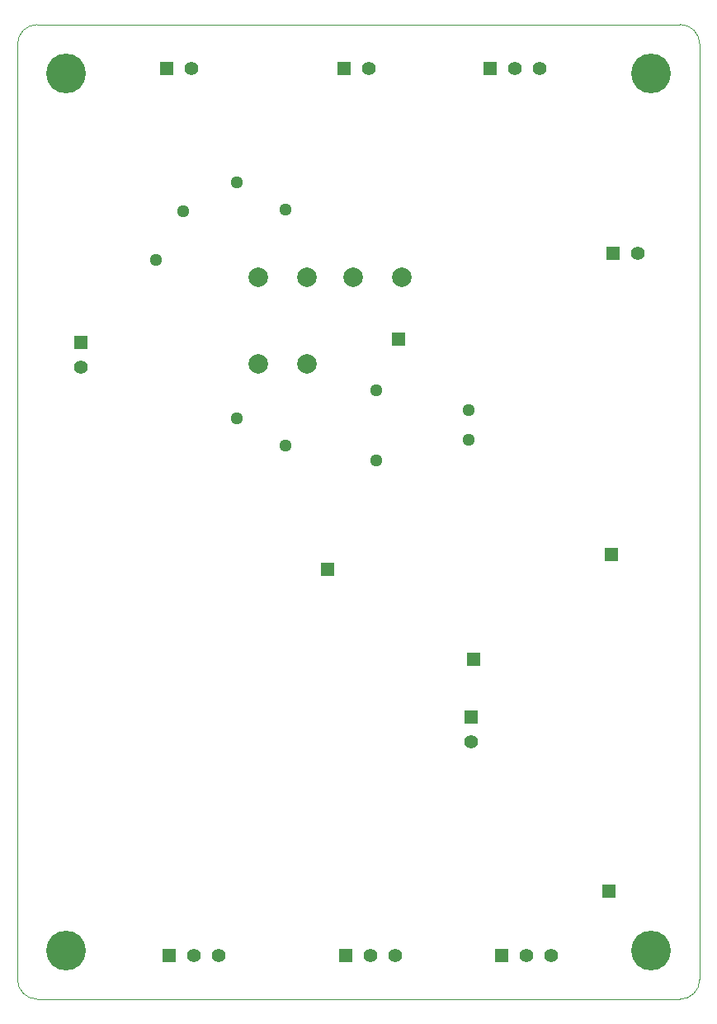
<source format=gbs>
G04 (created by PCBNEW (2013-mar-13)-testing) date Sun 07 Jul 2013 01:13:12 PM PDT*
%MOIN*%
G04 Gerber Fmt 3.4, Leading zero omitted, Abs format*
%FSLAX34Y34*%
G01*
G70*
G90*
G04 APERTURE LIST*
%ADD10C,0.005906*%
%ADD11C,0.003937*%
%ADD12C,0.078700*%
%ADD13R,0.055000X0.055000*%
%ADD14C,0.055000*%
%ADD15C,0.051200*%
%ADD16C,0.160000*%
G04 APERTURE END LIST*
G54D10*
G54D11*
X66141Y-59055D02*
G75*
G03X66929Y-58267I0J787D01*
G74*
G01*
X39370Y-58267D02*
G75*
G03X40157Y-59055I787J0D01*
G74*
G01*
X66929Y-20472D02*
G75*
G03X66141Y-19685I-787J0D01*
G74*
G01*
X40157Y-19685D02*
G75*
G03X39370Y-20472I0J-787D01*
G74*
G01*
X66141Y-19685D02*
X40157Y-19685D01*
X66929Y-58267D02*
X66929Y-20472D01*
X40157Y-59055D02*
X66141Y-59055D01*
X39370Y-20472D02*
X39370Y-58267D01*
G54D12*
X52913Y-29881D03*
X54881Y-29881D03*
X51062Y-29881D03*
X49094Y-29881D03*
X51062Y-33385D03*
X49094Y-33385D03*
G54D13*
X58448Y-21456D03*
G54D14*
X59448Y-21456D03*
X60448Y-21456D03*
G54D13*
X45496Y-57283D03*
G54D14*
X46496Y-57283D03*
X47496Y-57283D03*
G54D13*
X51889Y-41692D03*
X54763Y-32401D03*
X57795Y-45314D03*
X63346Y-41102D03*
X63267Y-54685D03*
X58921Y-57283D03*
G54D14*
X59921Y-57283D03*
X60921Y-57283D03*
G54D13*
X52622Y-57283D03*
G54D14*
X53622Y-57283D03*
X54622Y-57283D03*
G54D15*
X57598Y-36456D03*
X57598Y-35275D03*
X53858Y-37283D03*
X53858Y-34448D03*
G54D13*
X63437Y-28937D03*
G54D14*
X64437Y-28937D03*
G54D13*
X57677Y-47649D03*
G54D14*
X57677Y-48649D03*
G54D13*
X52570Y-21456D03*
G54D14*
X53570Y-21456D03*
G54D13*
X41929Y-32531D03*
G54D14*
X41929Y-33531D03*
G54D13*
X45405Y-21456D03*
G54D14*
X46405Y-21456D03*
G54D16*
X41338Y-21653D03*
X64960Y-21653D03*
X41338Y-57086D03*
X64960Y-57086D03*
G54D15*
X48228Y-35590D03*
X50197Y-36692D03*
X48228Y-26063D03*
X50197Y-27165D03*
X44960Y-29192D03*
X46062Y-27224D03*
M02*

</source>
